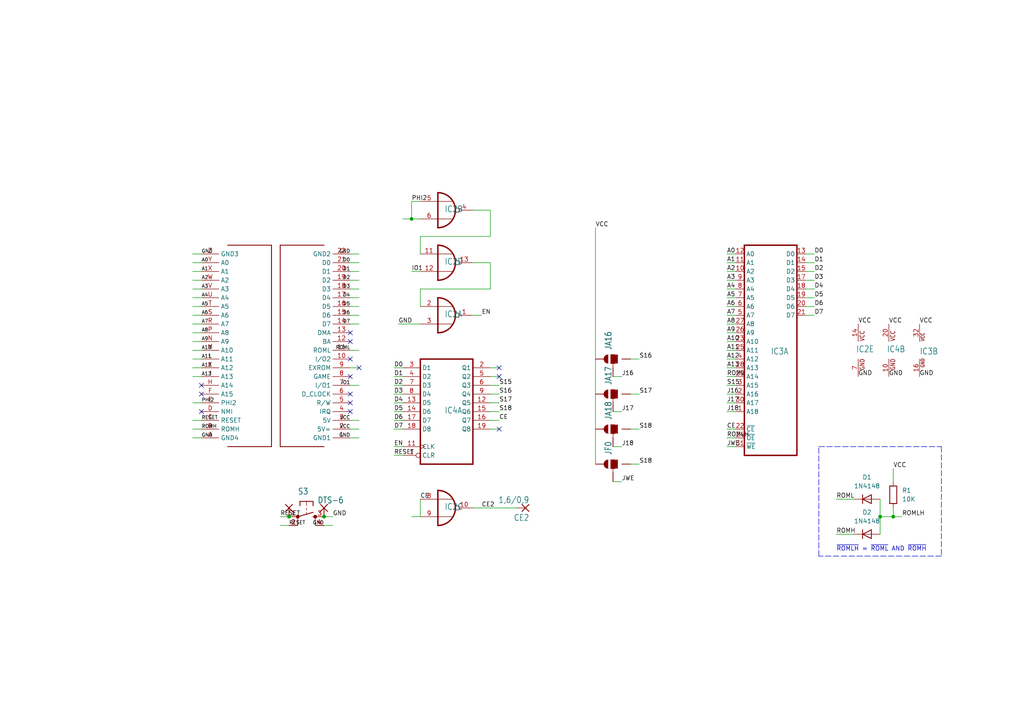
<source format=kicad_sch>
(kicad_sch (version 20211123) (generator eeschema)
  (paper "A4")
  (title_block (title "C128 External ROM MagicDesk") (date "2022-12-13") (rev "C") (company "YTM Enterprises"))
  (lib_symbols
    (symbol "Device:R" (pin_numbers hide) (pin_names (offset 0))
      (property "Reference" "R" (at 2.032 0 90))
      (property "Value" "R" (at 0 0 90))
      (symbol "R_0_1"
        (rectangle (start -1.016 -2.54) (end 1.016 2.54) (stroke (width 0.254)))
      )
      (symbol "R_1_1"
        (pin passive line (at 0 3.81 270) (length 1.27) (name "~") (number "1"))
        (pin passive line (at 0 -3.81 90) (length 1.27) (name "~") (number "2"))
      )
    )
    (symbol "Diode:1N4148" (pin_numbers hide) (pin_names (offset 1.016) hide)
      (property "Reference" "D" (at 0 2.54 0))
      (property "Value" "1N4148" (at 0 -2.54 0))
      (symbol "1N4148_0_1"
        (polyline (pts (xy -1.27 1.27) (xy -1.27 -1.27)) (stroke (width 0.254)))
        (polyline (pts (xy 1.27 0) (xy -1.27 0)))
        (polyline (pts (xy 1.27 1.27) (xy 1.27 -1.27) (xy -1.27 0) (xy 1.27 1.27)) (stroke (width 0.254)))
      )
      (symbol "1N4148_1_1"
        (pin passive line (at -3.81 0 0) (length 2.54) (name "K") (number "1"))
        (pin passive line (at 3.81 0 180) (length 2.54) (name "A") (number "2"))
      )
    )
    (symbol "MDCC_512k-eagle-import:1,6{slash}0,9"
      (property "Reference" "PAD" (at -1.143 1.8542 0))
      (property "Value" "1,6{slash}0,9" (at -1.143 -3.302 0))
      (symbol "1,6{slash}0,9_1_0"
        (polyline (pts (xy -1.016 -1.016) (xy 1.016 1.016)) (stroke (width 0.254)))
        (polyline (pts (xy -1.016 1.016) (xy 1.016 -1.016)) (stroke (width 0.254)))
        (pin passive line (at 2.54 0 180) (length 2.54) (name "P") (number "1"))
      )
    )
    (symbol "MDCC_512k-eagle-import:7402N"
      (property "Reference" "IC" (at -0.635 -0.635 0))
      (symbol "7402N_1_0"
        (arc (start -2.54 -5.08) (mid 2.54 0) (end -2.54 5.08) (stroke (width 0.4064)))
        (polyline (pts (xy -2.54 -2.54) (xy -2.54 -5.08)) (stroke (width 0.4064)))
        (polyline (pts (xy -2.54 5.08) (xy -2.54 -2.54)) (stroke (width 0.4064)))
        (polyline (pts (xy 1.778 -2.54) (xy -2.54 -2.54)) (stroke (width 0.1524)))
        (polyline (pts (xy 1.778 2.54) (xy -2.54 2.54)) (stroke (width 0.1524)))
        (pin output inverted (at 7.62 0 180) (length 5.08) (name "O") (number "1"))
        (pin input line (at -7.62 2.54 0) (length 5.08) (name "I0") (number "2"))
        (pin input line (at -7.62 -2.54 0) (length 5.08) (name "I1") (number "3"))
      )
      (symbol "7402N_2_0"
        (arc (start -2.54 -5.08) (mid 2.54 0) (end -2.54 5.08) (stroke (width 0.4064)))
        (polyline (pts (xy -2.54 -2.54) (xy -2.54 -5.08)) (stroke (width 0.4064)))
        (polyline (pts (xy -2.54 5.08) (xy -2.54 -2.54)) (stroke (width 0.4064)))
        (polyline (pts (xy 1.778 -2.54) (xy -2.54 -2.54)) (stroke (width 0.1524)))
        (polyline (pts (xy 1.778 2.54) (xy -2.54 2.54)) (stroke (width 0.1524)))
        (pin output inverted (at 7.62 0 180) (length 5.08) (name "O") (number "4"))
        (pin input line (at -7.62 2.54 0) (length 5.08) (name "I0") (number "5"))
        (pin input line (at -7.62 -2.54 0) (length 5.08) (name "I1") (number "6"))
      )
      (symbol "7402N_3_0"
        (arc (start -2.54 -5.08) (mid 2.54 0) (end -2.54 5.08) (stroke (width 0.4064)))
        (polyline (pts (xy -2.54 -2.54) (xy -2.54 -5.08)) (stroke (width 0.4064)))
        (polyline (pts (xy -2.54 5.08) (xy -2.54 -2.54)) (stroke (width 0.4064)))
        (polyline (pts (xy 1.778 -2.54) (xy -2.54 -2.54)) (stroke (width 0.1524)))
        (polyline (pts (xy 1.778 2.54) (xy -2.54 2.54)) (stroke (width 0.1524)))
        (pin output inverted (at 7.62 0 180) (length 5.08) (name "O") (number "10"))
        (pin input line (at -7.62 2.54 0) (length 5.08) (name "I0") (number "8"))
        (pin input line (at -7.62 -2.54 0) (length 5.08) (name "I1") (number "9"))
      )
      (symbol "7402N_4_0"
        (arc (start -2.54 -5.08) (mid 2.54 0) (end -2.54 5.08) (stroke (width 0.4064)))
        (polyline (pts (xy -2.54 -2.54) (xy -2.54 -5.08)) (stroke (width 0.4064)))
        (polyline (pts (xy -2.54 5.08) (xy -2.54 -2.54)) (stroke (width 0.4064)))
        (polyline (pts (xy 1.778 -2.54) (xy -2.54 -2.54)) (stroke (width 0.1524)))
        (polyline (pts (xy 1.778 2.54) (xy -2.54 2.54)) (stroke (width 0.1524)))
        (pin input line (at -7.62 2.54 0) (length 5.08) (name "I0") (number "11"))
        (pin input line (at -7.62 -2.54 0) (length 5.08) (name "I1") (number "12"))
        (pin output inverted (at 7.62 0 180) (length 5.08) (name "O") (number "13"))
      )
      (symbol "7402N_5_0"
        (text "GND" (at 1.905 -5.842 900) (effects (font (size 1.27 1.0795)) (justify left bottom)))
        (text "VCC" (at 1.905 2.54 900) (effects (font (size 1.27 1.0795)) (justify left bottom)))
        (pin power_in line (at 0 7.62 270) (length 5.08) (name "VCC") (number "14"))
        (pin power_in line (at 0 -7.62 90) (length 5.08) (name "GND") (number "7"))
      )
    )
    (symbol "MDCC_512k-eagle-import:74273N"
      (property "Reference" "IC" (at -0.635 -0.635 0))
      (symbol "74273N_1_0"
        (polyline (pts (xy -7.62 -15.24) (xy 7.62 -15.24)) (stroke (width 0.4064)))
        (polyline (pts (xy -7.62 15.24) (xy -7.62 -15.24)) (stroke (width 0.4064)))
        (polyline (pts (xy 7.62 -15.24) (xy 7.62 15.24)) (stroke (width 0.4064)))
        (polyline (pts (xy 7.62 15.24) (xy -7.62 15.24)) (stroke (width 0.4064)))
        (pin input inverted (at -12.7 -12.7 0) (length 5.08) (name "CLR") (number "1"))
        (pin input clock (at -12.7 -10.16 0) (length 5.08) (name "CLK") (number "11"))
        (pin output line (at 12.7 2.54 180) (length 5.08) (name "Q5") (number "12"))
        (pin input line (at -12.7 2.54 0) (length 5.08) (name "D5") (number "13"))
        (pin input line (at -12.7 0 0) (length 5.08) (name "D6") (number "14"))
        (pin output line (at 12.7 0 180) (length 5.08) (name "Q6") (number "15"))
        (pin output line (at 12.7 -2.54 180) (length 5.08) (name "Q7") (number "16"))
        (pin input line (at -12.7 -2.54 0) (length 5.08) (name "D7") (number "17"))
        (pin input line (at -12.7 -5.08 0) (length 5.08) (name "D8") (number "18"))
        (pin output line (at 12.7 -5.08 180) (length 5.08) (name "Q8") (number "19"))
        (pin output line (at 12.7 12.7 180) (length 5.08) (name "Q1") (number "2"))
        (pin input line (at -12.7 12.7 0) (length 5.08) (name "D1") (number "3"))
        (pin input line (at -12.7 10.16 0) (length 5.08) (name "D2") (number "4"))
        (pin output line (at 12.7 10.16 180) (length 5.08) (name "Q2") (number "5"))
        (pin output line (at 12.7 7.62 180) (length 5.08) (name "Q3") (number "6"))
        (pin input line (at -12.7 7.62 0) (length 5.08) (name "D3") (number "7"))
        (pin input line (at -12.7 5.08 0) (length 5.08) (name "D4") (number "8"))
        (pin output line (at 12.7 5.08 180) (length 5.08) (name "Q4") (number "9"))
      )
      (symbol "74273N_2_0"
        (text "GND" (at 1.905 -5.842 900) (effects (font (size 1.27 1.0795)) (justify left bottom)))
        (text "VCC" (at 1.905 2.54 900) (effects (font (size 1.27 1.0795)) (justify left bottom)))
        (pin power_in line (at 0 -7.62 90) (length 5.08) (name "GND") (number "10"))
        (pin power_in line (at 0 7.62 270) (length 5.08) (name "VCC") (number "20"))
      )
    )
    (symbol "MDCC_512k-eagle-import:AM29F040N"
      (property "Reference" "IC" (at 0 -1.27 0))
      (symbol "AM29F040N_1_0"
        (polyline (pts (xy -7.62 -30.48) (xy 7.62 -30.48)) (stroke (width 0.4064)))
        (polyline (pts (xy -7.62 30.48) (xy -7.62 -30.48)) (stroke (width 0.4064)))
        (polyline (pts (xy 7.62 -30.48) (xy 7.62 30.48)) (stroke (width 0.4064)))
        (polyline (pts (xy 7.62 30.48) (xy -7.62 30.48)) (stroke (width 0.4064)))
        (pin input line (at -10.16 -17.78 0) (length 2.54) (name "A18") (number "1"))
        (pin input line (at -10.16 22.86 0) (length 2.54) (name "A2") (number "10"))
        (pin input line (at -10.16 25.4 0) (length 2.54) (name "A1") (number "11"))
        (pin input line (at -10.16 27.94 0) (length 2.54) (name "A0") (number "12"))
        (pin tri_state line (at 10.16 27.94 180) (length 2.54) (name "D0") (number "13"))
        (pin tri_state line (at 10.16 25.4 180) (length 2.54) (name "D1") (number "14"))
        (pin tri_state line (at 10.16 22.86 180) (length 2.54) (name "D2") (number "15"))
        (pin tri_state line (at 10.16 20.32 180) (length 2.54) (name "D3") (number "17"))
        (pin tri_state line (at 10.16 17.78 180) (length 2.54) (name "D4") (number "18"))
        (pin tri_state line (at 10.16 15.24 180) (length 2.54) (name "D5") (number "19"))
        (pin input line (at -10.16 -12.7 0) (length 2.54) (name "A16") (number "2"))
        (pin tri_state line (at 10.16 12.7 180) (length 2.54) (name "D6") (number "20"))
        (pin tri_state line (at 10.16 10.16 180) (length 2.54) (name "D7") (number "21"))
        (pin input line (at -10.16 -22.86 0) (length 2.54) (name "~{CE}") (number "22"))
        (pin input line (at -10.16 2.54 0) (length 2.54) (name "A10") (number "23"))
        (pin input line (at -10.16 -25.4 0) (length 2.54) (name "~{OE}") (number "24"))
        (pin input line (at -10.16 0 0) (length 2.54) (name "A11") (number "25"))
        (pin input line (at -10.16 5.08 0) (length 2.54) (name "A9") (number "26"))
        (pin input line (at -10.16 7.62 0) (length 2.54) (name "A8") (number "27"))
        (pin input line (at -10.16 -5.08 0) (length 2.54) (name "A13") (number "28"))
        (pin input line (at -10.16 -7.62 0) (length 2.54) (name "A14") (number "29"))
        (pin input line (at -10.16 -10.16 0) (length 2.54) (name "A15") (number "3"))
        (pin input line (at -10.16 -15.24 0) (length 2.54) (name "A17") (number "30"))
        (pin input line (at -10.16 -27.94 0) (length 2.54) (name "~{WE}") (number "31"))
        (pin input line (at -10.16 -2.54 0) (length 2.54) (name "A12") (number "4"))
        (pin input line (at -10.16 10.16 0) (length 2.54) (name "A7") (number "5"))
        (pin input line (at -10.16 12.7 0) (length 2.54) (name "A6") (number "6"))
        (pin input line (at -10.16 15.24 0) (length 2.54) (name "A5") (number "7"))
        (pin input line (at -10.16 17.78 0) (length 2.54) (name "A4") (number "8"))
        (pin input line (at -10.16 20.32 0) (length 2.54) (name "A3") (number "9"))
      )
      (symbol "AM29F040N_2_0"
        (text "GND" (at 1.524 -5.08 900) (effects (font (size 1.016 0.8636)) (justify left bottom)))
        (text "VCC" (at 1.524 2.54 900) (effects (font (size 1.016 0.8636)) (justify left bottom)))
        (pin power_in line (at 0 -7.62 90) (length 5.08) (name "GND") (number "16"))
        (pin power_in line (at 0 7.62 270) (length 5.08) (name "VCC") (number "32"))
      )
    )
    (symbol "MDCC_512k-eagle-import:C64_EXPANSION__CARTRIDGE"
      (symbol "C64_EXPANSION__CARTRIDGE_1_0"
        (polyline (pts (xy -43.18 22.86) (xy -30.48 22.86)) (stroke (width 0.254)))
        (polyline (pts (xy -30.48 -35.56) (xy -43.18 -35.56)) (stroke (width 0.254)))
        (polyline (pts (xy -30.48 22.86) (xy -30.48 -35.56)) (stroke (width 0.254)))
        (polyline (pts (xy -27.94 -35.56) (xy -15.24 -35.56)) (stroke (width 0.254)))
        (polyline (pts (xy -27.94 22.86) (xy -27.94 -35.56)) (stroke (width 0.254)))
        (polyline (pts (xy -15.24 22.86) (xy -27.94 22.86)) (stroke (width 0.254)))
        (pin bidirectional line (at -7.62 -33.02 180) (length 5.08) (name "GND1") (number "1"))
        (pin bidirectional line (at -7.62 -10.16 180) (length 5.08) (name "I/O2") (number "10"))
        (pin bidirectional line (at -7.62 -7.62 180) (length 5.08) (name "ROML") (number "11"))
        (pin bidirectional line (at -7.62 -5.08 180) (length 5.08) (name "BA") (number "12"))
        (pin bidirectional line (at -7.62 -2.54 180) (length 5.08) (name "DMA") (number "13"))
        (pin bidirectional line (at -7.62 0 180) (length 5.08) (name "D7") (number "14"))
        (pin bidirectional line (at -7.62 2.54 180) (length 5.08) (name "D6") (number "15"))
        (pin bidirectional line (at -7.62 5.08 180) (length 5.08) (name "D5") (number "16"))
        (pin bidirectional line (at -7.62 7.62 180) (length 5.08) (name "D4") (number "17"))
        (pin bidirectional line (at -7.62 10.16 180) (length 5.08) (name "D3") (number "18"))
        (pin bidirectional line (at -7.62 12.7 180) (length 5.08) (name "D2") (number "19"))
        (pin bidirectional line (at -7.62 -30.48 180) (length 5.08) (name "5V=") (number "2"))
        (pin bidirectional line (at -7.62 15.24 180) (length 5.08) (name "D1") (number "20"))
        (pin bidirectional line (at -7.62 17.78 180) (length 5.08) (name "D0") (number "21"))
        (pin bidirectional line (at -7.62 20.32 180) (length 5.08) (name "GND2") (number "22"))
        (pin bidirectional line (at -7.62 -27.94 180) (length 5.08) (name "5V") (number "3"))
        (pin bidirectional line (at -7.62 -25.4 180) (length 5.08) (name "IRQ") (number "4"))
        (pin bidirectional line (at -7.62 -22.86 180) (length 5.08) (name "R/W") (number "5"))
        (pin bidirectional line (at -7.62 -20.32 180) (length 5.08) (name "D_CLOCK") (number "6"))
        (pin bidirectional line (at -7.62 -17.78 180) (length 5.08) (name "I/O1") (number "7"))
        (pin bidirectional line (at -7.62 -15.24 180) (length 5.08) (name "GAME") (number "8"))
        (pin bidirectional line (at -7.62 -12.7 180) (length 5.08) (name "EXROM") (number "9"))
        (pin bidirectional line (at -50.8 -33.02 0) (length 5.08) (name "GND4") (number "A"))
        (pin bidirectional line (at -50.8 -30.48 0) (length 5.08) (name "ROMH") (number "B"))
        (pin bidirectional line (at -50.8 -27.94 0) (length 5.08) (name "RESET") (number "C"))
        (pin bidirectional line (at -50.8 -25.4 0) (length 5.08) (name "NMI") (number "D"))
        (pin bidirectional line (at -50.8 -22.86 0) (length 5.08) (name "PHI2") (number "E"))
        (pin bidirectional line (at -50.8 -20.32 0) (length 5.08) (name "A15") (number "F"))
        (pin bidirectional line (at -50.8 -17.78 0) (length 5.08) (name "A14") (number "H"))
        (pin bidirectional line (at -50.8 -15.24 0) (length 5.08) (name "A13") (number "J"))
        (pin bidirectional line (at -50.8 -12.7 0) (length 5.08) (name "A12") (number "K"))
        (pin bidirectional line (at -50.8 -10.16 0) (length 5.08) (name "A11") (number "L"))
        (pin bidirectional line (at -50.8 -7.62 0) (length 5.08) (name "A10") (number "M"))
        (pin bidirectional line (at -50.8 -5.08 0) (length 5.08) (name "A9") (number "N"))
        (pin bidirectional line (at -50.8 -2.54 0) (length 5.08) (name "A8") (number "P"))
        (pin bidirectional line (at -50.8 0 0) (length 5.08) (name "A7") (number "R"))
        (pin bidirectional line (at -50.8 2.54 0) (length 5.08) (name "A6") (number "S"))
        (pin bidirectional line (at -50.8 5.08 0) (length 5.08) (name "A5") (number "T"))
        (pin bidirectional line (at -50.8 7.62 0) (length 5.08) (name "A4") (number "U"))
        (pin bidirectional line (at -50.8 10.16 0) (length 5.08) (name "A3") (number "V"))
        (pin bidirectional line (at -50.8 12.7 0) (length 5.08) (name "A2") (number "W"))
        (pin bidirectional line (at -50.8 15.24 0) (length 5.08) (name "A1") (number "X"))
        (pin bidirectional line (at -50.8 17.78 0) (length 5.08) (name "A0") (number "Y"))
        (pin bidirectional line (at -50.8 20.32 0) (length 5.08) (name "GND3") (number "Z"))
      )
    )
    (symbol "MDCC_512k-eagle-import:DTS-6"
      (property "Reference" "S" (at -6.35 -2.54 90))
      (property "Value" "DTS-6" (at -3.81 3.175 90))
      (symbol "DTS-6_1_0"
        (circle (center 0 -2.54) (radius 0.127) (stroke (width 0.4064)))
        (polyline (pts (xy -4.445 -1.905) (xy -3.175 -1.905)) (stroke (width 0.254)))
        (polyline (pts (xy -4.445 0) (xy -4.445 -1.905)) (stroke (width 0.254)))
        (polyline (pts (xy -4.445 0) (xy -3.175 0)) (stroke (width 0.1524)))
        (polyline (pts (xy -4.445 1.905) (xy -4.445 0)) (stroke (width 0.254)))
        (polyline (pts (xy -4.445 1.905) (xy -3.175 1.905)) (stroke (width 0.254)))
        (polyline (pts (xy -2.54 0) (xy -1.905 0)) (stroke (width 0.1524)))
        (polyline (pts (xy -1.27 0) (xy -0.635 0)) (stroke (width 0.1524)))
        (polyline (pts (xy 0 -2.54) (xy -1.27 1.905)) (stroke (width 0.254)))
        (polyline (pts (xy 0 1.905) (xy 0 2.54)) (stroke (width 0.254)))
        (polyline (pts (xy 2.54 -2.54) (xy 0 -2.54)) (stroke (width 0.1524)))
        (polyline (pts (xy 2.54 2.54) (xy 0 2.54)) (stroke (width 0.1524)))
        (circle (center 0 2.54) (radius 0.127) (stroke (width 0.4064)))
        (pin passive line (at 0 -5.08 90) (length 2.54) (name "1") (number "1"))
        (pin passive line (at 2.54 -5.08 90) (length 2.54) (name "2") (number "2"))
        (pin passive line (at 0 5.08 270) (length 2.54) (name "3") (number "3"))
        (pin passive line (at 2.54 5.08 270) (length 2.54) (name "4") (number "4"))
      )
    )
    (symbol "MDCC_512k-eagle-import:SMD5"
      (property "Reference" "PAD" (at -1.143 1.8542 0))
      (property "Value" "SMD5" (at -1.143 -3.302 0))
      (symbol "SMD5_1_0"
        (polyline (pts (xy -1.016 -1.016) (xy 1.016 1.016)) (stroke (width 0.254)))
        (polyline (pts (xy -1.016 1.016) (xy 1.016 -1.016)) (stroke (width 0.254)))
        (pin passive line (at 2.54 0 180) (length 2.54) (name "P") (number "1"))
      )
    )
    (symbol "MDCC_512k-eagle-import:SOLDERJUMPER_2WAYS"
      (property "Reference" "SJ" (at 2.54 0.381 0))
      (property "Value" "SOLDERJUMPER_2WAYS" (at 2.54 -1.905 0))
      (symbol "SOLDERJUMPER_2WAYS_1_0"
        (rectangle (start -1.27 -0.635) (end 1.27 0.635) (fill (type outline)))
        (polyline (pts (xy -2.54 0) (xy -1.27 0)) (stroke (width 0.1524)))
        (polyline (pts (xy -1.27 -0.635) (xy -1.27 0)) (stroke (width 0.1524)))
        (polyline (pts (xy -1.27 0) (xy -1.27 0.635)) (stroke (width 0.1524)))
        (polyline (pts (xy -1.27 0.635) (xy 1.27 0.635)) (stroke (width 0.1524)))
        (polyline (pts (xy 1.27 -0.635) (xy -1.27 -0.635)) (stroke (width 0.1524)))
        (polyline (pts (xy 1.27 0.635) (xy 1.27 -0.635)) (stroke (width 0.1524)))
        (arc (start 1.27 -1.397) (mid 0 -0.127) (end -1.27 -1.397) (stroke (width 0.0001)) (fill (type outline)))
        (arc (start 1.27 1.397) (mid 0 2.667) (end -1.27 1.397) (stroke (width 0.0001)) (fill (type outline)))
        (pin passive line (at 0 5.08 270) (length 2.54) (name "1") (number "1"))
        (pin passive line (at -5.08 0 0) (length 2.54) (name "2") (number "2"))
        (pin passive line (at 0 -5.08 90) (length 2.54) (name "3") (number "3"))
      )
    )
  )
  (junction (at 259.08 149.86))
  (junction (at 83.82 149.86))
  (junction (at 255.27 149.86))
  (junction (at 119.38 63.5))
  (junction (at 93.98 149.86))
  (no_connect (at 101.6 109.22))
  (no_connect (at 101.6 99.06))
  (no_connect (at 144.78 106.68))
  (no_connect (at 101.6 96.52))
  (no_connect (at 101.6 104.14))
  (no_connect (at 58.42 114.3))
  (no_connect (at 58.42 111.76))
  (no_connect (at 144.78 109.22))
  (no_connect (at 144.78 124.46))
  (no_connect (at 101.6 119.38))
  (no_connect (at 58.42 119.38))
  (no_connect (at 104.14 106.68))
  (no_connect (at 101.6 116.84))
  (no_connect (at 101.6 114.3))
  (wire (pts (xy 58.42 109.22) (xy 55.88 109.22)))
  (wire (pts (xy 213.36 76.2) (xy 210.82 76.2)))
  (wire (pts (xy 101.6 127) (xy 104.14 127)))
  (wire (pts (xy 101.6 81.28) (xy 104.14 81.28)))
  (wire (pts (xy 213.36 93.98) (xy 210.82 93.98)))
  (wire (pts (xy 121.92 73.66) (xy 121.92 68.58)))
  (wire (pts (xy 233.68 88.9) (xy 236.22 88.9)))
  (wire (pts (xy 116.84 132.08) (xy 114.3 132.08)))
  (wire (pts (xy 116.84 109.22) (xy 114.3 109.22)))
  (wire (pts (xy 58.42 78.74) (xy 55.88 78.74)))
  (wire (pts (xy 213.36 96.52) (xy 210.82 96.52)))
  (wire (pts (xy 182.88 134.62) (xy 185.42 134.62)))
  (wire (pts (xy 58.42 96.52) (xy 55.88 96.52)))
  (wire (pts (xy 58.42 73.66) (xy 55.88 73.66)))
  (wire (pts (xy 142.24 60.96) (xy 137.16 60.96)))
  (wire (pts (xy 58.42 106.68) (xy 55.88 106.68)))
  (wire (pts (xy 255.27 149.86) (xy 259.08 149.86)))
  (wire (pts (xy 259.08 135.89) (xy 259.08 139.7)))
  (wire (pts (xy 137.16 91.44) (xy 139.7 91.44)))
  (wire (pts (xy 119.38 63.5) (xy 116.84 63.5)))
  (wire (pts (xy 101.6 124.46) (xy 104.14 124.46)))
  (wire (pts (xy 101.6 111.76) (xy 104.14 111.76)))
  (wire (pts (xy 116.84 106.68) (xy 114.3 106.68)))
  (wire (pts (xy 213.36 91.44) (xy 210.82 91.44)))
  (wire (pts (xy 101.6 78.74) (xy 104.14 78.74)))
  (wire (pts (xy 259.08 147.32) (xy 259.08 149.86)))
  (wire (pts (xy 58.42 91.44) (xy 55.88 91.44)))
  (wire (pts (xy 101.6 86.36) (xy 104.14 86.36)))
  (wire (pts (xy 233.68 86.36) (xy 236.22 86.36)))
  (wire (pts (xy 142.24 109.22) (xy 144.78 109.22)))
  (wire (pts (xy 58.42 124.46) (xy 55.88 124.46)))
  (polyline (pts (xy 273.05 129.54) (xy 273.05 161.29)))
  (wire (pts (xy 177.8 129.54) (xy 180.34 129.54)))
  (wire (pts (xy 58.42 76.2) (xy 55.88 76.2)))
  (wire (pts (xy 172.72 104.14) (xy 172.72 66.04)))
  (wire (pts (xy 93.98 152.4) (xy 96.52 152.4)))
  (wire (pts (xy 121.92 68.58) (xy 142.24 68.58)))
  (wire (pts (xy 137.16 76.2) (xy 142.24 76.2)))
  (wire (pts (xy 177.8 119.38) (xy 180.34 119.38)))
  (wire (pts (xy 116.84 111.76) (xy 114.3 111.76)))
  (wire (pts (xy 121.92 149.86) (xy 119.38 149.86)))
  (wire (pts (xy 58.42 99.06) (xy 55.88 99.06)))
  (wire (pts (xy 58.42 104.14) (xy 55.88 104.14)))
  (wire (pts (xy 213.36 119.38) (xy 210.82 119.38)))
  (wire (pts (xy 142.24 111.76) (xy 144.78 111.76)))
  (wire (pts (xy 58.42 86.36) (xy 55.88 86.36)))
  (wire (pts (xy 121.92 78.74) (xy 119.38 78.74)))
  (wire (pts (xy 233.68 91.44) (xy 236.22 91.44)))
  (wire (pts (xy 121.92 83.82) (xy 121.92 88.9)))
  (wire (pts (xy 93.98 149.86) (xy 96.52 149.86)))
  (wire (pts (xy 142.24 124.46) (xy 144.78 124.46)))
  (wire (pts (xy 259.08 149.86) (xy 261.62 149.86)))
  (wire (pts (xy 101.6 121.92) (xy 104.14 121.92)))
  (wire (pts (xy 233.68 73.66) (xy 236.22 73.66)))
  (wire (pts (xy 213.36 116.84) (xy 210.82 116.84)))
  (wire (pts (xy 101.6 93.98) (xy 104.14 93.98)))
  (wire (pts (xy 58.42 83.82) (xy 55.88 83.82)))
  (wire (pts (xy 142.24 114.3) (xy 144.78 114.3)))
  (wire (pts (xy 172.72 114.3) (xy 172.72 104.14)))
  (wire (pts (xy 116.84 129.54) (xy 114.3 129.54)))
  (wire (pts (xy 83.82 152.4) (xy 81.28 152.4)))
  (wire (pts (xy 142.24 106.68) (xy 144.78 106.68)))
  (wire (pts (xy 213.36 73.66) (xy 210.82 73.66)))
  (wire (pts (xy 213.36 78.74) (xy 210.82 78.74)))
  (wire (pts (xy 116.84 119.38) (xy 114.3 119.38)))
  (wire (pts (xy 116.84 124.46) (xy 114.3 124.46)))
  (wire (pts (xy 213.36 101.6) (xy 210.82 101.6)))
  (wire (pts (xy 213.36 109.22) (xy 210.82 109.22)))
  (wire (pts (xy 121.92 144.78) (xy 121.92 149.86)))
  (wire (pts (xy 101.6 73.66) (xy 104.14 73.66)))
  (wire (pts (xy 58.42 127) (xy 55.88 127)))
  (wire (pts (xy 142.24 116.84) (xy 144.78 116.84)))
  (wire (pts (xy 83.82 149.86) (xy 81.28 149.86)))
  (wire (pts (xy 58.42 101.6) (xy 55.88 101.6)))
  (wire (pts (xy 119.38 58.42) (xy 119.38 63.5)))
  (wire (pts (xy 213.36 114.3) (xy 210.82 114.3)))
  (wire (pts (xy 58.42 93.98) (xy 55.88 93.98)))
  (wire (pts (xy 213.36 86.36) (xy 210.82 86.36)))
  (wire (pts (xy 142.24 119.38) (xy 144.78 119.38)))
  (wire (pts (xy 121.92 63.5) (xy 119.38 63.5)))
  (wire (pts (xy 213.36 106.68) (xy 210.82 106.68)))
  (wire (pts (xy 58.42 116.84) (xy 55.88 116.84)))
  (wire (pts (xy 242.57 144.78) (xy 247.65 144.78)))
  (wire (pts (xy 101.6 101.6) (xy 104.14 101.6)))
  (wire (pts (xy 58.42 121.92) (xy 55.88 121.92)))
  (wire (pts (xy 142.24 68.58) (xy 142.24 60.96)))
  (wire (pts (xy 213.36 88.9) (xy 210.82 88.9)))
  (wire (pts (xy 116.84 116.84) (xy 114.3 116.84)))
  (wire (pts (xy 255.27 149.86) (xy 255.27 154.94)))
  (wire (pts (xy 213.36 83.82) (xy 210.82 83.82)))
  (wire (pts (xy 121.92 58.42) (xy 119.38 58.42)))
  (wire (pts (xy 213.36 111.76) (xy 210.82 111.76)))
  (wire (pts (xy 172.72 124.46) (xy 172.72 114.3)))
  (wire (pts (xy 101.6 106.68) (xy 104.14 106.68)))
  (wire (pts (xy 213.36 104.14) (xy 210.82 104.14)))
  (polyline (pts (xy 237.49 129.54) (xy 273.05 129.54)))
  (wire (pts (xy 142.24 121.92) (xy 144.78 121.92)))
  (wire (pts (xy 142.24 83.82) (xy 121.92 83.82)))
  (wire (pts (xy 137.16 147.32) (xy 149.86 147.32)))
  (wire (pts (xy 101.6 91.44) (xy 104.14 91.44)))
  (wire (pts (xy 177.8 139.7) (xy 180.34 139.7)))
  (wire (pts (xy 233.68 81.28) (xy 236.22 81.28)))
  (wire (pts (xy 233.68 76.2) (xy 236.22 76.2)))
  (wire (pts (xy 101.6 76.2) (xy 104.14 76.2)))
  (wire (pts (xy 142.24 76.2) (xy 142.24 83.82)))
  (wire (pts (xy 255.27 144.78) (xy 255.27 149.86)))
  (wire (pts (xy 177.8 109.22) (xy 180.34 109.22)))
  (wire (pts (xy 213.36 127) (xy 210.82 127)))
  (wire (pts (xy 242.57 154.94) (xy 247.65 154.94)))
  (wire (pts (xy 116.84 121.92) (xy 114.3 121.92)))
  (wire (pts (xy 182.88 124.46) (xy 185.42 124.46)))
  (wire (pts (xy 182.88 114.3) (xy 185.42 114.3)))
  (wire (pts (xy 172.72 134.62) (xy 172.72 124.46)))
  (polyline (pts (xy 237.49 161.29) (xy 237.49 129.54)))
  (wire (pts (xy 213.36 124.46) (xy 210.82 124.46)))
  (polyline (pts (xy 273.05 161.29) (xy 237.49 161.29)))
  (wire (pts (xy 233.68 83.82) (xy 236.22 83.82)))
  (wire (pts (xy 213.36 99.06) (xy 210.82 99.06)))
  (wire (pts (xy 182.88 104.14) (xy 185.42 104.14)))
  (wire (pts (xy 116.84 114.3) (xy 114.3 114.3)))
  (wire (pts (xy 101.6 83.82) (xy 104.14 83.82)))
  (wire (pts (xy 213.36 129.54) (xy 210.82 129.54)))
  (wire (pts (xy 58.42 81.28) (xy 55.88 81.28)))
  (wire (pts (xy 213.36 81.28) (xy 210.82 81.28)))
  (wire (pts (xy 233.68 78.74) (xy 236.22 78.74)))
  (wire (pts (xy 58.42 88.9) (xy 55.88 88.9)))
  (wire (pts (xy 115.57 93.98) (xy 121.92 93.98)))
  (wire (pts (xy 101.6 88.9) (xy 104.14 88.9)))
  (text "~{ROMLH} = ~{ROML} AND ~{ROMH}" (at 242.57 160.02 0) (effects (font (size 1.27 1.27)) (justify left bottom)))
  (label "D7" (at 114.3 124.46 0) (effects (font (size 1.2446 1.2446))))
  (label "PHI2" (at 119.38 58.42 0) (effects (font (size 1.2446 1.2446))))
  (label "D5" (at 114.3 119.38 0) (effects (font (size 1.2446 1.2446))))
  (label "A9" (at 58.42 99.06 0) (effects (font (size 1.016 1.016))))
  (label "D2" (at 101.6 81.28 180) (effects (font (size 1.016 1.016))))
  (label "ROML" (at 210.82 109.22 0) (effects (font (size 1.2446 1.2446))))
  (label "A4" (at 58.42 86.36 0) (effects (font (size 1.016 1.016))))
  (label "D0" (at 101.6 76.2 180) (effects (font (size 1.016 1.016))))
  (label "D1" (at 114.3 109.22 0) (effects (font (size 1.2446 1.2446))))
  (label "D2" (at 236.22 78.74 0) (effects (font (size 1.2446 1.2446))))
  (label "A11" (at 58.42 104.14 0) (effects (font (size 1.016 1.016))))
  (label "S18" (at 185.42 134.62 0) (effects (font (size 1.2446 1.2446))))
  (label "D4" (at 114.3 116.84 0) (effects (font (size 1.2446 1.2446))))
  (label "D3" (at 101.6 83.82 180) (effects (font (size 1.016 1.016))))
  (label "D3" (at 236.22 81.28 0) (effects (font (size 1.2446 1.2446))))
  (label "A11" (at 210.82 101.6 0) (effects (font (size 1.2446 1.2446))))
  (label "A9" (at 210.82 96.52 0) (effects (font (size 1.2446 1.2446))))
  (label "J16" (at 180.34 109.22 0) (effects (font (size 1.2446 1.2446))))
  (label "A4" (at 210.82 83.82 0) (effects (font (size 1.2446 1.2446))))
  (label "GND" (at 58.42 73.66 0) (effects (font (size 1.016 1.016))))
  (label "PHI2" (at 58.42 116.84 0) (effects (font (size 1.016 1.016))))
  (label "A10" (at 58.42 101.6 0) (effects (font (size 1.016 1.016))))
  (label "D5" (at 101.6 88.9 180) (effects (font (size 1.016 1.016))))
  (label "EN" (at 139.7 91.44 0) (effects (font (size 1.2446 1.2446))))
  (label "A12" (at 58.42 106.68 0) (effects (font (size 1.016 1.016))))
  (label "D7" (at 101.6 93.98 180) (effects (font (size 1.016 1.016))))
  (label "EN" (at 114.3 129.54 0) (effects (font (size 1.2446 1.2446))))
  (label "S15" (at 210.82 111.76 0) (effects (font (size 1.2446 1.2446))))
  (label "ROML" (at 101.6 101.6 180) (effects (font (size 1.016 1.016))))
  (label "CE" (at 121.92 144.78 0) (effects (font (size 1.2446 1.2446))))
  (label "VCC" (at 259.08 135.89 0))
  (label "GND" (at 93.98 152.4 180) (effects (font (size 1.016 1.016))))
  (label "GND" (at 266.7 109.22 0))
  (label "RESET" (at 83.82 152.4 0) (effects (font (size 1.016 1.016))))
  (label "A6" (at 210.82 88.9 0) (effects (font (size 1.2446 1.2446))))
  (label "RESET" (at 58.42 121.92 0) (effects (font (size 1.016 1.016))))
  (label "GND" (at 96.52 149.86 0) (effects (font (size 1.2446 1.2446))))
  (label "D6" (at 236.22 88.9 0) (effects (font (size 1.2446 1.2446))))
  (label "ROMH" (at 242.57 154.94 0))
  (label "D2" (at 114.3 111.76 0) (effects (font (size 1.2446 1.2446))))
  (label "D0" (at 236.22 73.66 0) (effects (font (size 1.2446 1.2446))))
  (label "ROMH" (at 58.42 124.46 0) (effects (font (size 1.016 1.016))))
  (label "CE" (at 210.82 124.46 0) (effects (font (size 1.2446 1.2446))))
  (label "VCC" (at 172.72 66.04 0) (effects (font (size 1.2446 1.2446))))
  (label "A3" (at 210.82 81.28 0) (effects (font (size 1.2446 1.2446))))
  (label "J18" (at 180.34 129.54 0) (effects (font (size 1.2446 1.2446))))
  (label "A2" (at 58.42 81.28 0) (effects (font (size 1.016 1.016))))
  (label "A7" (at 210.82 91.44 0) (effects (font (size 1.2446 1.2446))))
  (label "A7" (at 58.42 93.98 0) (effects (font (size 1.016 1.016))))
  (label "A0" (at 210.82 73.66 0) (effects (font (size 1.2446 1.2446))))
  (label "J17" (at 210.82 116.84 0) (effects (font (size 1.2446 1.2446))))
  (label "S17" (at 185.42 114.3 0) (effects (font (size 1.2446 1.2446))))
  (label "D5" (at 236.22 86.36 0) (effects (font (size 1.2446 1.2446))))
  (label "D3" (at 114.3 114.3 0) (effects (font (size 1.2446 1.2446))))
  (label "A5" (at 210.82 86.36 0) (effects (font (size 1.2446 1.2446))))
  (label "A8" (at 58.42 96.52 0) (effects (font (size 1.016 1.016))))
  (label "S17" (at 144.78 116.84 0) (effects (font (size 1.2446 1.2446))))
  (label "A1" (at 58.42 78.74 0) (effects (font (size 1.016 1.016))))
  (label "JWE" (at 210.82 129.54 0) (effects (font (size 1.2446 1.2446))))
  (label "VCC" (at 266.7 93.98 0))
  (label "D6" (at 101.6 91.44 180) (effects (font (size 1.016 1.016))))
  (label "J17" (at 180.34 119.38 0) (effects (font (size 1.2446 1.2446))))
  (label "VCC" (at 101.6 124.46 180) (effects (font (size 1.016 1.016))))
  (label "GND" (at 248.92 109.22 0))
  (label "A8" (at 210.82 93.98 0) (effects (font (size 1.2446 1.2446))))
  (label "CE2" (at 139.7 147.32 0) (effects (font (size 1.2446 1.2446))))
  (label "S18" (at 185.42 124.46 0) (effects (font (size 1.2446 1.2446))))
  (label "RESET" (at 81.28 149.86 0) (effects (font (size 1.2446 1.2446))))
  (label "J16" (at 210.82 114.3 0) (effects (font (size 1.2446 1.2446))))
  (label "ROML" (at 242.57 144.78 0))
  (label "A13" (at 58.42 109.22 0) (effects (font (size 1.016 1.016))))
  (label "A5" (at 58.42 88.9 0) (effects (font (size 1.016 1.016))))
  (label "S16" (at 185.42 104.14 0) (effects (font (size 1.2446 1.2446))))
  (label "RESET" (at 114.3 132.08 0) (effects (font (size 1.2446 1.2446))))
  (label "A2" (at 210.82 78.74 0) (effects (font (size 1.2446 1.2446))))
  (label "D4" (at 236.22 83.82 0) (effects (font (size 1.2446 1.2446))))
  (label "S16" (at 144.78 114.3 0) (effects (font (size 1.2446 1.2446))))
  (label "GND" (at 101.6 127 180) (effects (font (size 1.016 1.016))))
  (label "GND" (at 58.42 127 0) (effects (font (size 1.016 1.016))))
  (label "A13" (at 210.82 106.68 0) (effects (font (size 1.2446 1.2446))))
  (label "GND" (at 101.6 73.66 180) (effects (font (size 1.016 1.016))))
  (label "A10" (at 210.82 99.06 0) (effects (font (size 1.2446 1.2446))))
  (label "D1" (at 101.6 78.74 180) (effects (font (size 1.016 1.016))))
  (label "D0" (at 114.3 106.68 0) (effects (font (size 1.2446 1.2446))))
  (label "VCC" (at 257.81 93.98 0))
  (label "A1" (at 210.82 76.2 0) (effects (font (size 1.2446 1.2446))))
  (label "CE" (at 144.78 121.92 0) (effects (font (size 1.2446 1.2446))))
  (label "IO1" (at 101.6 111.76 180) (effects (font (size 1.016 1.016))))
  (label "D7" (at 236.22 91.44 0) (effects (font (size 1.2446 1.2446))))
  (label "VCC" (at 101.6 121.92 180) (effects (font (size 1.016 1.016))))
  (label "A0" (at 58.42 76.2 0) (effects (font (size 1.016 1.016))))
  (label "GND" (at 257.81 109.22 0))
  (label "A6" (at 58.42 91.44 0) (effects (font (size 1.016 1.016))))
  (label "JWE" (at 180.34 139.7 0) (effects (font (size 1.2446 1.2446))))
  (label "S18" (at 144.78 119.38 0) (effects (font (size 1.2446 1.2446))))
  (label "D6" (at 114.3 121.92 0) (effects (font (size 1.2446 1.2446))))
  (label "ROMLH" (at 261.62 149.86 0))
  (label "VCC" (at 248.92 93.98 0))
  (label "S15" (at 144.78 111.76 0) (effects (font (size 1.2446 1.2446))))
  (label "ROMLH" (at 210.82 127 0) (effects (font (size 1.2446 1.2446))))
  (label "IO1" (at 119.38 78.74 0) (effects (font (size 1.2446 1.2446))))
  (label "D1" (at 236.22 76.2 0) (effects (font (size 1.2446 1.2446))))
  (label "D4" (at 101.6 86.36 180) (effects (font (size 1.016 1.016))))
  (label "A12" (at 210.82 104.14 0) (effects (font (size 1.2446 1.2446))))
  (label "J18" (at 210.82 119.38 0) (effects (font (size 1.2446 1.2446))))
  (label "GND" (at 115.57 93.98 0) (effects (font (size 1.2446 1.2446))))
  (label "A3" (at 58.42 83.82 0) (effects (font (size 1.016 1.016))))
  (symbol (lib_id "MDCC_512k-eagle-import:SMD5") (at 93.98 147.32 270) (unit 1)
    (property "Reference" "PAD2" (effects hide))
    (property "Value" "SMD5" (effects hide))
    (property "Footprint" "MDCC_512k:SMD2,54-5,08" (effects hide))
  )
  (symbol (lib_id "MDCC_512k-eagle-import:SOLDERJUMPER_2WAYS") (at 177.8 104.14 90) (unit 1)
    (property "Reference" "JA16" (at 177.419 101.6 0) (effects (font (size 1.778 1.5113)) (justify left bottom)))
    (property "Value" "SOLDERJUMPER_2WAYS" (effects hide))
    (property "Footprint" "MDCC_512k:SJ_3" (effects hide))
  )
  (symbol (lib_id "MDCC_512k-eagle-import:C64_EXPANSION__CARTRIDGE") (at 109.22 93.98 0) (unit 1)
    (property "Reference" "U$1" (effects hide))
    (property "Value" "C64_EXPANSION__CARTRIDGE" (effects hide))
    (property "Footprint" "MDCC_512k:C64_EXPANSION__CARTRIDGE" (effects hide))
  )
  (symbol (lib_id "Diode:1N4148") (at 251.46 144.78 0) (unit 1)
    (property "Reference" "D1" (at 251.46 138.43 0))
    (property "Value" "1N4148" (at 251.46 140.97 0))
    (property "Footprint" "Diode_THT:D_DO-35_SOD27_P7.62mm_Horizontal" (effects hide))
    (property "Datasheet" "https://assets.nexperia.com/documents/data-sheet/1N4148_1N4448.pdf" (effects hide))
  )
  (symbol (lib_id "MDCC_512k-eagle-import:7402N") (at 129.54 76.2 0) (unit 4)
    (property "Reference" "IC2" (at 128.905 76.835 0) (effects (font (size 1.778 1.5113)) (justify left bottom)))
    (property "Value" "74LS02" (effects hide))
    (property "Footprint" "MDCC_512k:DIL14" (effects hide))
  )
  (symbol (lib_id "MDCC_512k-eagle-import:DTS-6") (at 88.9 149.86 270) (unit 1)
    (property "Reference" "S3" (at 86.36 143.51 90) (effects (font (size 1.778 1.5113)) (justify left bottom)))
    (property "Value" "DTS-6" (at 92.075 146.05 90) (effects (font (size 1.778 1.5113)) (justify left bottom)))
    (property "Footprint" "MDCC_512k:DTS-6" (effects hide))
  )
  (symbol (lib_id "MDCC_512k-eagle-import:74273N") (at 257.81 101.6 0) (unit 2)
    (property "Reference" "IC4" (at 257.175 102.235 0) (effects (font (size 1.778 1.5113)) (justify left bottom)))
    (property "Value" "74LS273" (effects hide))
    (property "Footprint" "MDCC_512k:DIL20" (effects hide))
  )
  (symbol (lib_id "MDCC_512k-eagle-import:7402N") (at 129.54 60.96 0) (unit 2)
    (property "Reference" "IC2" (at 128.905 61.595 0) (effects (font (size 1.778 1.5113)) (justify left bottom)))
    (property "Value" "74LS02" (effects hide))
    (property "Footprint" "MDCC_512k:DIL14" (effects hide))
  )
  (symbol (lib_id "MDCC_512k-eagle-import:7402N") (at 129.54 91.44 0) (unit 1)
    (property "Reference" "IC2" (at 128.905 92.075 0) (effects (font (size 1.778 1.5113)) (justify left bottom)))
    (property "Value" "74LS02" (effects hide))
    (property "Footprint" "MDCC_512k:DIL14" (effects hide))
  )
  (symbol (lib_id "MDCC_512k-eagle-import:74273N") (at 129.54 119.38 0) (unit 1)
    (property "Reference" "IC4" (at 128.905 120.015 0) (effects (font (size 1.778 1.5113)) (justify left bottom)))
    (property "Value" "74LS273" (effects hide))
    (property "Footprint" "MDCC_512k:DIL20" (effects hide))
  )
  (symbol (lib_id "MDCC_512k-eagle-import:SOLDERJUMPER_2WAYS") (at 177.8 114.3 90) (unit 1)
    (property "Reference" "JA17" (at 177.419 111.76 0) (effects (font (size 1.778 1.5113)) (justify left bottom)))
    (property "Value" "SOLDERJUMPER_2WAYS" (effects hide))
    (property "Footprint" "MDCC_512k:SJ_3" (effects hide))
  )
  (symbol (lib_id "Device:R") (at 259.08 143.51 0) (unit 1)
    (property "Reference" "R1" (at 261.62 142.2399 0) (effects (justify left)))
    (property "Value" "10K" (at 261.62 144.7799 0) (effects (justify left)))
    (property "Footprint" "Resistor_THT:R_Axial_DIN0207_L6.3mm_D2.5mm_P10.16mm_Horizontal" (effects hide))
  )
  (symbol (lib_id "MDCC_512k-eagle-import:7402N") (at 248.92 101.6 0) (unit 5)
    (property "Reference" "IC2" (at 248.285 102.235 0) (effects (font (size 1.778 1.5113)) (justify left bottom)))
    (property "Value" "74LS02" (effects hide))
    (property "Footprint" "MDCC_512k:DIL14" (effects hide))
  )
  (symbol (lib_id "MDCC_512k-eagle-import:SOLDERJUMPER_2WAYS") (at 177.8 124.46 90) (unit 1)
    (property "Reference" "JA18" (at 177.419 121.92 0) (effects (font (size 1.778 1.5113)) (justify left bottom)))
    (property "Value" "SOLDERJUMPER_2WAYS" (effects hide))
    (property "Footprint" "MDCC_512k:SJ_3" (effects hide))
  )
  (symbol (lib_id "MDCC_512k-eagle-import:AM29F040N") (at 223.52 101.6 0) (unit 1)
    (property "Reference" "IC3" (at 223.52 102.87 0) (effects (font (size 1.778 1.5113)) (justify left bottom)))
    (property "Value" "29F040" (effects hide))
    (property "Footprint" "MDCC_512k:DIL32-6" (effects hide))
  )
  (symbol (lib_id "MDCC_512k-eagle-import:AM29F040N") (at 266.7 101.6 0) (unit 2)
    (property "Reference" "IC3" (at 266.7 102.87 0) (effects (font (size 1.778 1.5113)) (justify left bottom)))
    (property "Value" "29F040" (effects hide))
    (property "Footprint" "MDCC_512k:DIL32-6" (effects hide))
  )
  (symbol (lib_id "MDCC_512k-eagle-import:1,6{slash}0,9") (at 152.4 147.32 180) (unit 1)
    (property "Reference" "CE2" (at 153.543 149.1742 0) (effects (font (size 1.778 1.5113)) (justify left bottom)))
    (property "Value" "1,6{slash}0,9" (at 153.543 144.018 0) (effects (font (size 1.778 1.5113)) (justify left bottom)))
    (property "Footprint" "MDCC_512k:1,6_0,9" (effects hide))
  )
  (symbol (lib_id "MDCC_512k-eagle-import:7402N") (at 129.54 147.32 0) (unit 3)
    (property "Reference" "IC2" (at 128.905 147.955 0) (effects (font (size 1.778 1.5113)) (justify left bottom)))
    (property "Value" "74LS02" (effects hide))
    (property "Footprint" "MDCC_512k:DIL14" (effects hide))
  )
  (symbol (lib_id "MDCC_512k-eagle-import:SMD5") (at 83.82 147.32 270) (unit 1)
    (property "Reference" "PAD1" (effects hide))
    (property "Value" "SMD5" (effects hide))
    (property "Footprint" "MDCC_512k:SMD2,54-5,08" (effects hide))
  )
  (symbol (lib_id "MDCC_512k-eagle-import:SOLDERJUMPER_2WAYS") (at 177.8 134.62 90) (unit 1)
    (property "Reference" "JF0" (at 177.419 132.08 0) (effects (font (size 1.778 1.5113)) (justify left bottom)))
    (property "Value" "SOLDERJUMPER_2WAYS" (effects hide))
    (property "Footprint" "MDCC_512k:SJ_3" (effects hide))
  )
  (symbol (lib_id "Diode:1N4148") (at 251.46 154.94 0) (unit 1)
    (property "Reference" "D2" (at 251.46 148.59 0))
    (property "Value" "1N4148" (at 251.46 151.13 0))
    (property "Footprint" "Diode_THT:D_DO-35_SOD27_P7.62mm_Horizontal" (effects hide))
    (property "Datasheet" "https://assets.nexperia.com/documents/data-sheet/1N4148_1N4448.pdf" (effects hide))
  )
)
</source>
